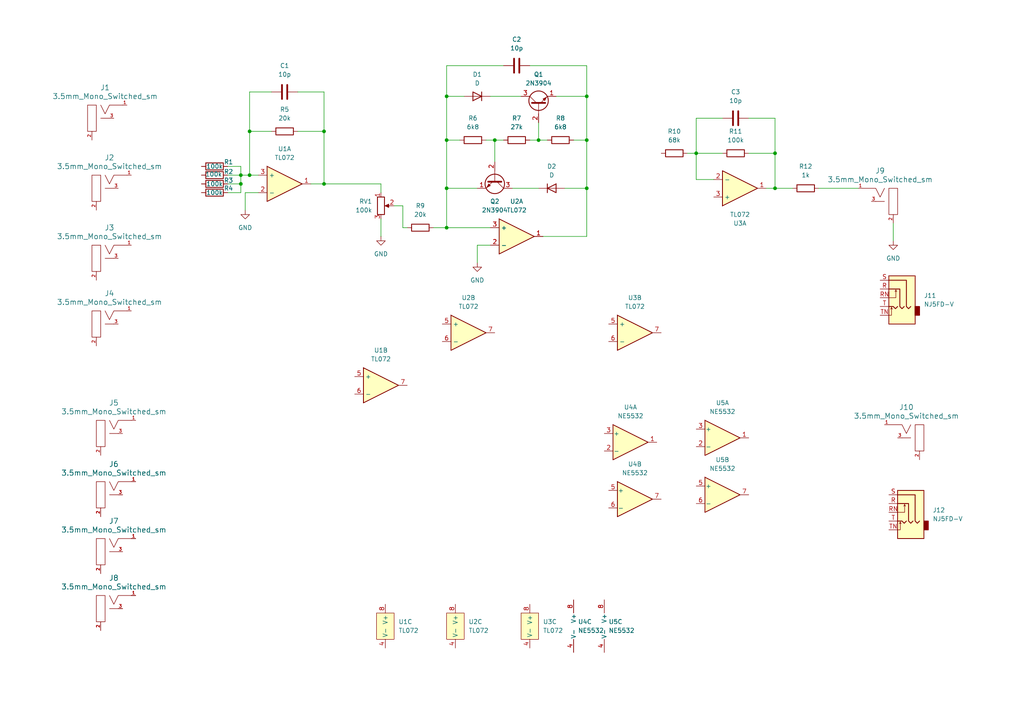
<source format=kicad_sch>
(kicad_sch (version 20250114) (generator "eeschema") (generator_version "9.0")
  (paper "A4")
  (lib_symbols
    (symbol "Amplifier_Operational:NE5532" (pin_names (offset 0.127))
      (property "Reference" "U" (at 0 5.08 0))
      (property "Value" "NE5532" (at 0 -5.08 0))
      (symbol "NE5532_1_1"
        (polyline (pts (xy -5.08 5.08) (xy 5.08 0) (xy -5.08 -5.08) (xy -5.08 5.08)) (stroke (width 0.254)) (fill (type background)))
        (pin input line (at -7.62 2.54 0) (length 2.54) (name "+") (number "3"))
        (pin input line (at -7.62 -2.54 0) (length 2.54) (name "-") (number "2"))
        (pin output line (at 7.62 0 180) (length 2.54) (name "~") (number "1"))
      )
      (symbol "NE5532_2_1"
        (polyline (pts (xy -5.08 5.08) (xy 5.08 0) (xy -5.08 -5.08) (xy -5.08 5.08)) (stroke (width 0.254)) (fill (type background)))
        (pin input line (at -7.62 2.54 0) (length 2.54) (name "+") (number "5"))
        (pin input line (at -7.62 -2.54 0) (length 2.54) (name "-") (number "6"))
        (pin output line (at 7.62 0 180) (length 2.54) (name "~") (number "7"))
      )
      (symbol "NE5532_3_1"
        (pin power_in line (at -2.54 7.62 270) (length 3.81) (name "V+") (number "8"))
        (pin power_in line (at -2.54 -7.62 90) (length 3.81) (name "V-") (number "4"))
      )
    )
    (symbol "Connector_Audio:NJ5FD-V"
      (property "Reference" "J" (at 0 8.89 0))
      (property "Value" "NJ5FD-V" (at 0 6.35 0))
      (symbol "NJ5FD-V_0_1"
        (rectangle (start -5.08 -5.08) (end -6.35 -7.62) (stroke (width 0.254)) (fill (type outline)))
        (polyline (pts (xy -1.905 -5.08) (xy -1.27 -5.715) (xy -0.635 -5.08) (xy -0.635 0) (xy 2.54 0)) (stroke (width 0.254)))
        (polyline (pts (xy 0 -5.08) (xy 0.635 -5.715) (xy 1.27 -5.08) (xy 2.54 -5.08)) (stroke (width 0.254)))
        (polyline (pts (xy 0.508 -0.254) (xy 0.762 -0.762)))
        (polyline (pts (xy 1.778 -5.334) (xy 2.032 -5.842)))
        (rectangle (start 2.54 3.81) (end -5.08 -10.16) (stroke (width 0.254)) (fill (type background)))
        (polyline (pts (xy 2.54 2.54) (xy -2.54 2.54) (xy -2.54 -5.08) (xy -3.175 -5.715) (xy -3.81 -5.08)) (stroke (width 0.254)))
        (polyline (pts (xy 2.54 -2.54) (xy 0.508 -2.54) (xy 0.508 -0.254) (xy 0.254 -0.762)))
        (polyline (pts (xy 2.54 -7.62) (xy 1.778 -7.62) (xy 1.778 -5.334) (xy 1.524 -5.842)))
      )
      (symbol "NJ5FD-V_1_1"
        (pin passive line (at 5.08 2.54 180) (length 2.54) (name "~") (number "S"))
        (pin passive line (at 5.08 0 180) (length 2.54) (name "~") (number "R"))
        (pin passive line (at 5.08 -2.54 180) (length 2.54) (name "~") (number "RN"))
        (pin passive line (at 5.08 -5.08 180) (length 2.54) (name "~") (number "T"))
        (pin passive line (at 5.08 -7.62 180) (length 2.54) (name "~") (number "TN"))
      )
    )
    (symbol "Device:C" (pin_numbers (hide yes)) (pin_names (offset 0.254))
      (property "Reference" "C" (at 0.635 2.54 0))
      (property "Value" "C" (at 0.635 -2.54 0))
      (symbol "C_0_1"
        (polyline (pts (xy -2.032 0.762) (xy 2.032 0.762)) (stroke (width 0.508)))
        (polyline (pts (xy -2.032 -0.762) (xy 2.032 -0.762)) (stroke (width 0.508)))
      )
      (symbol "C_1_1"
        (pin passive line (at 0 3.81 270) (length 2.794) (name "~") (number "1"))
        (pin passive line (at 0 -3.81 90) (length 2.794) (name "~") (number "2"))
      )
    )
    (symbol "Device:D" (pin_numbers (hide yes)) (pin_names (offset 1.016) (hide yes))
      (property "Reference" "D" (at 0 2.54 0))
      (property "Value" "D" (at 0 -2.54 0))
      (symbol "D_0_1"
        (polyline (pts (xy -1.27 1.27) (xy -1.27 -1.27)) (stroke (width 0.254)))
        (polyline (pts (xy 1.27 1.27) (xy 1.27 -1.27) (xy -1.27 0) (xy 1.27 1.27)) (stroke (width 0.254)))
        (polyline (pts (xy 1.27 0) (xy -1.27 0)))
      )
      (symbol "D_1_1"
        (pin passive line (at -3.81 0 0) (length 2.54) (name "K") (number "1"))
        (pin passive line (at 3.81 0 180) (length 2.54) (name "A") (number "2"))
      )
    )
    (symbol "Device:R" (pin_numbers (hide yes)) (pin_names (offset 0))
      (property "Reference" "R" (at 2.032 0 90))
      (property "Value" "R" (at 0 0 90))
      (symbol "R_0_1"
        (rectangle (start -1.016 -2.54) (end 1.016 2.54) (stroke (width 0.254)))
      )
      (symbol "R_1_1"
        (pin passive line (at 0 3.81 270) (length 1.27) (name "~") (number "1"))
        (pin passive line (at 0 -3.81 90) (length 1.27) (name "~") (number "2"))
      )
    )
    (symbol "Device:R_Potentiometer" (pin_names (offset 1.016) (hide yes))
      (property "Reference" "RV" (at -4.445 0 90))
      (property "Value" "R_Potentiometer" (at -2.54 0 90))
      (symbol "R_Potentiometer_0_1"
        (rectangle (start 1.016 2.54) (end -1.016 -2.54) (stroke (width 0.254)))
        (polyline (pts (xy 1.143 0) (xy 2.286 0.508) (xy 2.286 -0.508) (xy 1.143 0)) (fill (type outline)))
        (polyline (pts (xy 2.54 0) (xy 1.524 0)))
      )
      (symbol "R_Potentiometer_1_1"
        (pin passive line (at 0 3.81 270) (length 1.27) (name "1") (number "1"))
        (pin passive line (at 0 -3.81 90) (length 1.27) (name "3") (number "3"))
        (pin passive line (at 3.81 0 180) (length 1.27) (name "2") (number "2"))
      )
    )
    (symbol "PCM_4ms_IC:TL072"
      (property "Reference" "U" (at 2.54 5.08 0))
      (property "Value" "TL072" (at 2.54 -3.81 0))
      (symbol "TL072_1_1"
        (polyline (pts (xy -5.08 5.08) (xy 5.08 0) (xy -5.08 -5.08) (xy -5.08 5.08)) (stroke (width 0.254)) (fill (type background)))
        (pin input line (at -7.62 2.54 0) (length 2.54) (name "+") (number "3"))
        (pin input line (at -7.62 -2.54 0) (length 2.54) (name "-") (number "2"))
        (pin output line (at 7.62 0 180) (length 2.54) (name "~") (number "1"))
      )
      (symbol "TL072_2_1"
        (polyline (pts (xy -5.08 5.08) (xy 5.08 0) (xy -5.08 -5.08) (xy -5.08 5.08)) (stroke (width 0.254)) (fill (type background)))
        (pin input line (at -7.62 2.54 0) (length 2.54) (name "+") (number "5"))
        (pin input line (at -7.62 -2.54 0) (length 2.54) (name "-") (number "6"))
        (pin output line (at 7.62 0 180) (length 2.54) (name "~") (number "7"))
      )
      (symbol "TL072_3_1"
        (rectangle (start -2.54 3.81) (end 2.54 -3.81) (fill (type background)))
        (pin power_in line (at 0 6.35 270) (length 2.54) (name "V+") (number "8"))
        (pin power_in line (at 0 -6.35 90) (length 2.54) (name "V-") (number "4"))
      )
    )
    (symbol "PCM_4ms_Jack:3.5mm_Mono_Switched_sm" (pin_names (offset 0) (hide yes))
      (property "Reference" "J" (at -7.62 8.89 0))
      (property "Value" "3.5mm_Mono_Switched_sm" (at 6.35 6.604 0))
      (symbol "3.5mm_Mono_Switched_sm_0_0"
        (rectangle (start -6.35 5.08) (end -3.81 -2.54))
        (polyline (pts (xy -2.54 5.08) (xy -1.27 2.54) (xy 0 5.08) (xy 3.81 5.08)))
        (polyline (pts (xy -2.54 1.27) (xy 0 1.27)))
      )
      (symbol "3.5mm_Mono_Switched_sm_1_1"
        (pin passive line (at -5.08 -5.08 90) (length 2.54) (name "SHEILD") (number "2"))
        (pin passive line (at 1.27 1.27 180) (length 1.27) (name "SW") (number "3"))
        (pin passive line (at 5.08 5.08 180) (length 1.27) (name "SIG") (number "1"))
      )
    )
    (symbol "Transistor_BJT:2N3904" (pin_names (offset 0) (hide yes))
      (property "Reference" "Q" (at 5.08 1.905 0))
      (property "Value" "2N3904" (at 5.08 0 0))
      (symbol "2N3904_0_1"
        (polyline (pts (xy -2.54 0) (xy 0.635 0)))
        (polyline (pts (xy 0.635 1.905) (xy 0.635 -1.905)) (stroke (width 0.508)))
        (circle (center 1.27 0) (radius 2.8194) (stroke (width 0.254)))
      )
      (symbol "2N3904_1_1"
        (polyline (pts (xy 0.635 0.635) (xy 2.54 2.54)))
        (polyline (pts (xy 0.635 -0.635) (xy 2.54 -2.54)))
        (polyline (pts (xy 1.27 -1.778) (xy 1.778 -1.27) (xy 2.286 -2.286) (xy 1.27 -1.778)) (fill (type outline)))
        (pin input line (at -5.08 0 0) (length 2.54) (name "B") (number "2"))
        (pin passive line (at 2.54 5.08 270) (length 2.54) (name "C") (number "3"))
        (pin passive line (at 2.54 -5.08 90) (length 2.54) (name "E") (number "1"))
      )
    )
    (symbol "power:GND" (power) (pin_numbers (hide yes)) (pin_names (offset 0) (hide yes))
      (property "Value" "GND" (at 0 -3.81 0))
      (symbol "GND_0_1"
        (polyline (pts (xy 0 0) (xy 0 -1.27) (xy 1.27 -1.27) (xy 0 -2.54) (xy -1.27 -1.27) (xy 0 -1.27)))
      )
      (symbol "GND_1_1"
        (pin power_in line (at 0 0 270) (length 0) (name "~") (number "1"))
      )
    )
  )
  (junction (at 170.18 40.64))
  (junction (at 201.93 44.45))
  (junction (at 224.79 44.45))
  (junction (at 170.18 27.94))
  (junction (at 129.54 27.94))
  (junction (at 224.79 54.61))
  (junction (at 69.85 53.34))
  (junction (at 93.98 38.1))
  (junction (at 72.39 50.8))
  (junction (at 129.54 66.04))
  (junction (at 143.51 40.64))
  (junction (at 72.39 38.1))
  (junction (at 129.54 54.61))
  (junction (at 129.54 40.64))
  (junction (at 156.21 40.64))
  (junction (at 93.98 53.34))
  (junction (at 170.18 54.61))
  (junction (at 69.85 50.8))
  (wire (pts (xy 69.85 55.88) (xy 69.85 53.34)))
  (wire (pts (xy 110.49 63.5) (xy 110.49 68.58)))
  (wire (pts (xy 199.39 44.45) (xy 201.93 44.45)))
  (wire (pts (xy 118.11 66.04) (xy 116.84 66.04)))
  (wire (pts (xy 69.85 53.34) (xy 69.85 50.8)))
  (wire (pts (xy 140.97 40.64) (xy 143.51 40.64)))
  (wire (pts (xy 116.84 66.04) (xy 116.84 59.69)))
  (wire (pts (xy 129.54 27.94) (xy 129.54 40.64)))
  (wire (pts (xy 170.18 40.64) (xy 166.37 40.64)))
  (wire (pts (xy 170.18 54.61) (xy 170.18 40.64)))
  (wire (pts (xy 138.43 71.12) (xy 138.43 76.2)))
  (wire (pts (xy 224.79 44.45) (xy 217.17 44.45)))
  (wire (pts (xy 170.18 27.94) (xy 170.18 19.05)))
  (wire (pts (xy 170.18 27.94) (xy 170.18 40.64)))
  (wire (pts (xy 93.98 53.34) (xy 90.17 53.34)))
  (wire (pts (xy 72.39 38.1) (xy 78.74 38.1)))
  (wire (pts (xy 217.17 34.29) (xy 224.79 34.29)))
  (wire (pts (xy 146.05 19.05) (xy 129.54 19.05)))
  (wire (pts (xy 224.79 54.61) (xy 224.79 44.45)))
  (wire (pts (xy 237.49 54.61) (xy 248.92 54.61)))
  (wire (pts (xy 201.93 44.45) (xy 209.55 44.45)))
  (wire (pts (xy 142.24 71.12) (xy 138.43 71.12)))
  (wire (pts (xy 143.51 40.64) (xy 146.05 40.64)))
  (wire (pts (xy 74.93 50.8) (xy 72.39 50.8)))
  (wire (pts (xy 156.21 40.64) (xy 158.75 40.64)))
  (wire (pts (xy 69.85 48.26) (xy 66.04 48.26)))
  (wire (pts (xy 142.24 27.94) (xy 151.13 27.94)))
  (wire (pts (xy 72.39 26.67) (xy 78.74 26.67)))
  (wire (pts (xy 72.39 50.8) (xy 72.39 38.1)))
  (wire (pts (xy 129.54 54.61) (xy 138.43 54.61)))
  (wire (pts (xy 170.18 19.05) (xy 153.67 19.05)))
  (wire (pts (xy 201.93 52.07) (xy 201.93 44.45)))
  (wire (pts (xy 143.51 40.64) (xy 143.51 46.99)))
  (wire (pts (xy 129.54 19.05) (xy 129.54 27.94)))
  (wire (pts (xy 129.54 66.04) (xy 142.24 66.04)))
  (wire (pts (xy 86.36 26.67) (xy 93.98 26.67)))
  (wire (pts (xy 201.93 34.29) (xy 209.55 34.29)))
  (wire (pts (xy 207.01 52.07) (xy 201.93 52.07)))
  (wire (pts (xy 116.84 59.69) (xy 114.3 59.69)))
  (wire (pts (xy 259.08 64.77) (xy 259.08 69.85)))
  (wire (pts (xy 86.36 38.1) (xy 93.98 38.1)))
  (wire (pts (xy 72.39 50.8) (xy 69.85 50.8)))
  (wire (pts (xy 69.85 50.8) (xy 69.85 48.26)))
  (wire (pts (xy 170.18 68.58) (xy 170.18 54.61)))
  (wire (pts (xy 157.48 68.58) (xy 170.18 68.58)))
  (wire (pts (xy 129.54 54.61) (xy 129.54 66.04)))
  (wire (pts (xy 93.98 53.34) (xy 110.49 53.34)))
  (wire (pts (xy 222.25 54.61) (xy 224.79 54.61)))
  (wire (pts (xy 134.62 27.94) (xy 129.54 27.94)))
  (wire (pts (xy 161.29 27.94) (xy 170.18 27.94)))
  (wire (pts (xy 153.67 40.64) (xy 156.21 40.64)))
  (wire (pts (xy 66.04 55.88) (xy 69.85 55.88)))
  (wire (pts (xy 110.49 53.34) (xy 110.49 55.88)))
  (wire (pts (xy 201.93 34.29) (xy 201.93 44.45)))
  (wire (pts (xy 93.98 26.67) (xy 93.98 38.1)))
  (wire (pts (xy 125.73 66.04) (xy 129.54 66.04)))
  (wire (pts (xy 71.12 55.88) (xy 71.12 60.96)))
  (wire (pts (xy 66.04 53.34) (xy 69.85 53.34)))
  (wire (pts (xy 156.21 35.56) (xy 156.21 40.64)))
  (wire (pts (xy 74.93 55.88) (xy 71.12 55.88)))
  (wire (pts (xy 66.04 50.8) (xy 69.85 50.8)))
  (wire (pts (xy 163.83 54.61) (xy 170.18 54.61)))
  (wire (pts (xy 93.98 38.1) (xy 93.98 53.34)))
  (wire (pts (xy 148.59 54.61) (xy 156.21 54.61)))
  (wire (pts (xy 72.39 38.1) (xy 72.39 26.67)))
  (wire (pts (xy 224.79 34.29) (xy 224.79 44.45)))
  (wire (pts (xy 224.79 54.61) (xy 229.87 54.61)))
  (wire (pts (xy 129.54 40.64) (xy 133.35 40.64)))
  (wire (pts (xy 129.54 40.64) (xy 129.54 54.61)))
  (symbol (lib_id "PCM_4ms_IC:TL072") (at 153.67 181.61 0) (unit 3)
    (property "Reference" "U3" (at 157.48 180.3399 0) (effects (justify left)))
    (property "Value" "TL072" (at 157.48 182.8799 0) (effects (justify left)))
    (property "Footprint" "4ms_Package_SSOP:TSSOP-8_4.4x3mm_Pitch0.65mm" (effects (hide yes)))
    (property "Description" "TL072 Dual Opamp TSSOP-8" (effects (hide yes)))
    (property "Specifications" "TL072 Dual Opamp" (effects (hide yes)))
    (property "JLCPCB ID" "C90748" (effects (hide yes)))
  )
  (symbol (lib_id "Device:R") (at 82.55 38.1 90) (unit 1)
    (property "Reference" "R5" (at 82.55 31.75 90))
    (property "Value" "20k" (at 82.55 34.29 90))
    (property "Description" "Resistor" (effects (hide yes)))
  )
  (symbol (lib_id "PCM_4ms_Jack:3.5mm_Mono_Switched_sm") (at 254 59.69 0) (mirror y) (unit 1)
    (property "Reference" "J9" (at 255.27 49.53 0) (effects (font (size 1.524 1.524))))
    (property "Value" "3.5mm_Mono_Switched_sm" (at 255.27 52.07 0) (effects (font (size 1.524 1.524))))
    (property "Footprint" "4ms_Jack:EighthInch_PJ398SM" (effects (hide yes)))
    (property "Description" "Audio 3.5mm Jack, mono, switched, PC-pin Vertical" (effects (hide yes)))
    (property "Specifications" "Audio 3.5mm Jack, mono, switched, PC-pin Vertical" (effects (hide yes)))
    (property "Manufacturer" "Wenzhou QingPu Electronics Co" (effects (hide yes)))
    (property "Part Number" "WQP-WQP518MA" (effects (hide yes)))
  )
  (symbol (lib_id "PCM_4ms_IC:TL072") (at 110.49 111.76 0) (unit 2)
    (property "Reference" "U1" (at 110.49 101.6 0))
    (property "Value" "TL072" (at 110.49 104.14 0))
    (property "Footprint" "4ms_Package_SSOP:TSSOP-8_4.4x3mm_Pitch0.65mm" (effects (hide yes)))
    (property "Description" "TL072 Dual Opamp TSSOP-8" (effects (hide yes)))
    (property "Specifications" "TL072 Dual Opamp" (effects (hide yes)))
    (property "JLCPCB ID" "C90748" (effects (hide yes)))
  )
  (symbol (lib_id "Device:D") (at 138.43 27.94 180) (unit 1)
    (property "Reference" "D1" (at 138.43 21.59 0))
    (property "Value" "D" (at 138.43 24.13 0))
    (property "Description" "Diode" (effects (hide yes)))
    (property "Sim.Device" "D" (effects (hide yes)))
    (property "Sim.Pins" "1=K 2=A" (effects (hide yes)))
  )
  (symbol (lib_id "Device:R") (at 62.23 53.34 90) (unit 1)
    (property "Reference" "R3" (at 66.294 52.324 90))
    (property "Value" "100k" (at 62.23 53.34 90))
    (property "Description" "Resistor" (effects (hide yes)))
  )
  (symbol (lib_id "PCM_4ms_Jack:3.5mm_Mono_Switched_sm") (at 34.29 161.29 0) (unit 1)
    (property "Reference" "J7" (at 33.02 151.13 0) (effects (font (size 1.524 1.524))))
    (property "Value" "3.5mm_Mono_Switched_sm" (at 33.02 153.67 0) (effects (font (size 1.524 1.524))))
    (property "Footprint" "4ms_Jack:EighthInch_PJ398SM" (effects (hide yes)))
    (property "Description" "Audio 3.5mm Jack, mono, switched, PC-pin Vertical" (effects (hide yes)))
    (property "Specifications" "Audio 3.5mm Jack, mono, switched, PC-pin Vertical" (effects (hide yes)))
    (property "Manufacturer" "Wenzhou QingPu Electronics Co" (effects (hide yes)))
    (property "Part Number" "WQP-WQP518MA" (effects (hide yes)))
  )
  (symbol (lib_id "PCM_4ms_IC:TL072") (at 184.15 96.52 0) (unit 2)
    (property "Reference" "U3" (at 184.15 86.36 0))
    (property "Value" "TL072" (at 184.15 88.9 0))
    (property "Footprint" "4ms_Package_SSOP:TSSOP-8_4.4x3mm_Pitch0.65mm" (effects (hide yes)))
    (property "Description" "TL072 Dual Opamp TSSOP-8" (effects (hide yes)))
    (property "Specifications" "TL072 Dual Opamp" (effects (hide yes)))
    (property "JLCPCB ID" "C90748" (effects (hide yes)))
  )
  (symbol (lib_id "power:GND") (at 259.08 69.85 0) (unit 1)
    (property "Reference" "#PWR04" (effects (hide yes)))
    (property "Value" "GND" (at 259.08 74.93 0))
    (property "Description" "Power symbol creates a global label with name \"GND\" , ground" (effects (hide yes)))
  )
  (symbol (lib_id "power:GND") (at 138.43 76.2 0) (unit 1)
    (property "Reference" "#PWR03" (effects (hide yes)))
    (property "Value" "GND" (at 138.43 81.28 0))
    (property "Description" "Power symbol creates a global label with name \"GND\" , ground" (effects (hide yes)))
  )
  (symbol (lib_id "Device:C") (at 149.86 19.05 90) (unit 1)
    (property "Reference" "C2" (at 149.86 11.43 90))
    (property "Value" "10p" (at 149.86 13.97 90))
    (property "Description" "Unpolarized capacitor" (effects (hide yes)))
  )
  (symbol (lib_id "PCM_4ms_Jack:3.5mm_Mono_Switched_sm") (at 261.62 128.27 0) (mirror y) (unit 1)
    (property "Reference" "J10" (at 262.89 118.11 0) (effects (font (size 1.524 1.524))))
    (property "Value" "3.5mm_Mono_Switched_sm" (at 262.89 120.65 0) (effects (font (size 1.524 1.524))))
    (property "Footprint" "4ms_Jack:EighthInch_PJ398SM" (effects (hide yes)))
    (property "Description" "Audio 3.5mm Jack, mono, switched, PC-pin Vertical" (effects (hide yes)))
    (property "Specifications" "Audio 3.5mm Jack, mono, switched, PC-pin Vertical" (effects (hide yes)))
    (property "Manufacturer" "Wenzhou QingPu Electronics Co" (effects (hide yes)))
    (property "Part Number" "WQP-WQP518MA" (effects (hide yes)))
  )
  (symbol (lib_id "Device:R") (at 149.86 40.64 90) (unit 1)
    (property "Reference" "R7" (at 149.86 34.29 90))
    (property "Value" "27k" (at 149.86 36.83 90))
    (property "Description" "Resistor" (effects (hide yes)))
  )
  (symbol (lib_id "PCM_4ms_IC:TL072") (at 149.86 68.58 0) (unit 1)
    (property "Reference" "U2" (at 149.86 58.42 0))
    (property "Value" "TL072" (at 149.86 60.96 0))
    (property "Footprint" "4ms_Package_SSOP:TSSOP-8_4.4x3mm_Pitch0.65mm" (effects (hide yes)))
    (property "Description" "TL072 Dual Opamp TSSOP-8" (effects (hide yes)))
    (property "Specifications" "TL072 Dual Opamp" (effects (hide yes)))
    (property "JLCPCB ID" "C90748" (effects (hide yes)))
  )
  (symbol (lib_id "PCM_4ms_IC:TL072") (at 214.63 54.61 0) (mirror x) (unit 1)
    (property "Reference" "U3" (at 214.63 64.77 0))
    (property "Value" "TL072" (at 214.63 62.23 0))
    (property "Footprint" "4ms_Package_SSOP:TSSOP-8_4.4x3mm_Pitch0.65mm" (effects (hide yes)))
    (property "Description" "TL072 Dual Opamp TSSOP-8" (effects (hide yes)))
    (property "Specifications" "TL072 Dual Opamp" (effects (hide yes)))
    (property "JLCPCB ID" "C90748" (effects (hide yes)))
  )
  (symbol (lib_id "power:GND") (at 110.49 68.58 0) (unit 1)
    (property "Reference" "#PWR02" (effects (hide yes)))
    (property "Value" "GND" (at 110.49 73.66 0))
    (property "Description" "Power symbol creates a global label with name \"GND\" , ground" (effects (hide yes)))
  )
  (symbol (lib_id "PCM_4ms_Jack:3.5mm_Mono_Switched_sm") (at 31.75 35.56 0) (unit 1)
    (property "Reference" "J1" (at 30.48 25.4 0) (effects (font (size 1.524 1.524))))
    (property "Value" "3.5mm_Mono_Switched_sm" (at 30.48 27.94 0) (effects (font (size 1.524 1.524))))
    (property "Footprint" "4ms_Jack:EighthInch_PJ398SM" (effects (hide yes)))
    (property "Description" "Audio 3.5mm Jack, mono, switched, PC-pin Vertical" (effects (hide yes)))
    (property "Specifications" "Audio 3.5mm Jack, mono, switched, PC-pin Vertical" (effects (hide yes)))
    (property "Manufacturer" "Wenzhou QingPu Electronics Co" (effects (hide yes)))
    (property "Part Number" "WQP-WQP518MA" (effects (hide yes)))
  )
  (symbol (lib_id "Amplifier_Operational:NE5532") (at 209.55 127 0) (unit 1)
    (property "Reference" "U5" (at 209.55 116.84 0))
    (property "Value" "NE5532" (at 209.55 119.38 0))
    (property "Datasheet" "http://www.ti.com/lit/ds/symlink/ne5532.pdf" (effects (hide yes)))
    (property "Description" "Dual Low-Noise Operational Amplifiers, DIP-8/SOIC-8" (effects (hide yes)))
  )
  (symbol (lib_id "power:GND") (at 71.12 60.96 0) (unit 1)
    (property "Reference" "#PWR01" (effects (hide yes)))
    (property "Value" "GND" (at 71.12 66.04 0))
    (property "Description" "Power symbol creates a global label with name \"GND\" , ground" (effects (hide yes)))
  )
  (symbol (lib_id "Device:R") (at 121.92 66.04 90) (unit 1)
    (property "Reference" "R9" (at 121.92 59.69 90))
    (property "Value" "20k" (at 121.92 62.23 90))
    (property "Description" "Resistor" (effects (hide yes)))
  )
  (symbol (lib_id "Transistor_BJT:2N3904") (at 143.51 52.07 270) (unit 1)
    (property "Reference" "Q2" (at 143.51 58.42 90))
    (property "Value" "2N3904" (at 143.51 60.96 90))
    (property "Footprint" "Package_TO_SOT_THT:TO-92_Inline" (effects (hide yes)))
    (property "Datasheet" "https://www.onsemi.com/pub/Collateral/2N3903-D.PDF" (effects (hide yes)))
    (property "Description" "0.2A Ic, 40V Vce, Small Signal NPN Transistor, TO-92" (effects (hide yes)))
  )
  (symbol (lib_id "Device:R") (at 213.36 44.45 90) (unit 1)
    (property "Reference" "R11" (at 213.36 38.1 90))
    (property "Value" "100k" (at 213.36 40.64 90))
    (property "Description" "Resistor" (effects (hide yes)))
  )
  (symbol (lib_id "PCM_4ms_IC:TL072") (at 111.76 181.61 0) (unit 3)
    (property "Reference" "U1" (at 115.57 180.3399 0) (effects (justify left)))
    (property "Value" "TL072" (at 115.57 182.8799 0) (effects (justify left)))
    (property "Footprint" "4ms_Package_SSOP:TSSOP-8_4.4x3mm_Pitch0.65mm" (effects (hide yes)))
    (property "Description" "TL072 Dual Opamp TSSOP-8" (effects (hide yes)))
    (property "Specifications" "TL072 Dual Opamp" (effects (hide yes)))
    (property "JLCPCB ID" "C90748" (effects (hide yes)))
  )
  (symbol (lib_id "Device:R") (at 62.23 48.26 90) (unit 1)
    (property "Reference" "R1" (at 66.294 46.99 90))
    (property "Value" "100k" (at 62.23 48.26 90))
    (property "Description" "Resistor" (effects (hide yes)))
  )
  (symbol (lib_id "Amplifier_Operational:NE5532") (at 184.15 144.78 0) (unit 2)
    (property "Reference" "U4" (at 184.15 134.62 0))
    (property "Value" "NE5532" (at 184.15 137.16 0))
    (property "Datasheet" "http://www.ti.com/lit/ds/symlink/ne5532.pdf" (effects (hide yes)))
    (property "Description" "Dual Low-Noise Operational Amplifiers, DIP-8/SOIC-8" (effects (hide yes)))
  )
  (symbol (lib_id "Device:R_Potentiometer") (at 110.49 59.69 0) (unit 1)
    (property "Reference" "RV1" (at 107.95 58.4199 0) (effects (justify right)))
    (property "Value" "100k" (at 107.95 60.9599 0) (effects (justify right)))
    (property "Description" "OUT_LEVEL_L" (effects (hide yes)))
  )
  (symbol (lib_id "Amplifier_Operational:NE5532") (at 168.91 181.61 0) (unit 3)
    (property "Reference" "U4" (at 167.64 180.3399 0) (effects (justify left)))
    (property "Value" "NE5532" (at 167.64 182.8799 0) (effects (justify left)))
    (property "Datasheet" "http://www.ti.com/lit/ds/symlink/ne5532.pdf" (effects (hide yes)))
    (property "Description" "Dual Low-Noise Operational Amplifiers, DIP-8/SOIC-8" (effects (hide yes)))
  )
  (symbol (lib_id "PCM_4ms_Jack:3.5mm_Mono_Switched_sm") (at 33.02 76.2 0) (unit 1)
    (property "Reference" "J3" (at 31.75 66.04 0) (effects (font (size 1.524 1.524))))
    (property "Value" "3.5mm_Mono_Switched_sm" (at 31.75 68.58 0) (effects (font (size 1.524 1.524))))
    (property "Footprint" "4ms_Jack:EighthInch_PJ398SM" (effects (hide yes)))
    (property "Description" "Audio 3.5mm Jack, mono, switched, PC-pin Vertical" (effects (hide yes)))
    (property "Specifications" "Audio 3.5mm Jack, mono, switched, PC-pin Vertical" (effects (hide yes)))
    (property "Manufacturer" "Wenzhou QingPu Electronics Co" (effects (hide yes)))
    (property "Part Number" "WQP-WQP518MA" (effects (hide yes)))
  )
  (symbol (lib_id "Device:D") (at 160.02 54.61 0) (unit 1)
    (property "Reference" "D2" (at 160.02 48.26 0))
    (property "Value" "D" (at 160.02 50.8 0))
    (property "Description" "Diode" (effects (hide yes)))
    (property "Sim.Device" "D" (effects (hide yes)))
    (property "Sim.Pins" "1=K 2=A" (effects (hide yes)))
  )
  (symbol (lib_id "Transistor_BJT:2N3904") (at 156.21 30.48 90) (unit 1)
    (property "Reference" "Q1" (at 156.21 21.59 90))
    (property "Value" "2N3904" (at 156.21 24.13 90))
    (property "Footprint" "Package_TO_SOT_THT:TO-92_Inline" (effects (hide yes)))
    (property "Datasheet" "https://www.onsemi.com/pub/Collateral/2N3903-D.PDF" (effects (hide yes)))
    (property "Description" "0.2A Ic, 40V Vce, Small Signal NPN Transistor, TO-92" (effects (hide yes)))
  )
  (symbol (lib_id "PCM_4ms_IC:TL072") (at 135.89 96.52 0) (unit 2)
    (property "Reference" "U2" (at 135.89 86.36 0))
    (property "Value" "TL072" (at 135.89 88.9 0))
    (property "Footprint" "4ms_Package_SSOP:TSSOP-8_4.4x3mm_Pitch0.65mm" (effects (hide yes)))
    (property "Description" "TL072 Dual Opamp TSSOP-8" (effects (hide yes)))
    (property "Specifications" "TL072 Dual Opamp" (effects (hide yes)))
    (property "JLCPCB ID" "C90748" (effects (hide yes)))
  )
  (symbol (lib_id "PCM_4ms_IC:TL072") (at 132.08 181.61 0) (unit 3)
    (property "Reference" "U2" (at 135.89 180.3399 0) (effects (justify left)))
    (property "Value" "TL072" (at 135.89 182.8799 0) (effects (justify left)))
    (property "Footprint" "4ms_Package_SSOP:TSSOP-8_4.4x3mm_Pitch0.65mm" (effects (hide yes)))
    (property "Description" "TL072 Dual Opamp TSSOP-8" (effects (hide yes)))
    (property "Specifications" "TL072 Dual Opamp" (effects (hide yes)))
    (property "JLCPCB ID" "C90748" (effects (hide yes)))
  )
  (symbol (lib_id "Device:R") (at 195.58 44.45 90) (unit 1)
    (property "Reference" "R10" (at 195.58 38.1 90))
    (property "Value" "68k" (at 195.58 40.64 90))
    (property "Description" "Resistor" (effects (hide yes)))
  )
  (symbol (lib_id "Device:C") (at 213.36 34.29 90) (unit 1)
    (property "Reference" "C3" (at 213.36 26.67 90))
    (property "Value" "10p" (at 213.36 29.21 90))
    (property "Description" "Unpolarized capacitor" (effects (hide yes)))
  )
  (symbol (lib_id "PCM_4ms_IC:TL072") (at 82.55 53.34 0) (unit 1)
    (property "Reference" "U1" (at 82.55 43.18 0))
    (property "Value" "TL072" (at 82.55 45.72 0))
    (property "Footprint" "4ms_Package_SSOP:TSSOP-8_4.4x3mm_Pitch0.65mm" (effects (hide yes)))
    (property "Description" "TL072 Dual Opamp TSSOP-8" (effects (hide yes)))
    (property "Specifications" "TL072 Dual Opamp" (effects (hide yes)))
    (property "JLCPCB ID" "C90748" (effects (hide yes)))
  )
  (symbol (lib_id "PCM_4ms_Jack:3.5mm_Mono_Switched_sm") (at 34.29 127 0) (unit 1)
    (property "Reference" "J5" (at 33.02 116.84 0) (effects (font (size 1.524 1.524))))
    (property "Value" "3.5mm_Mono_Switched_sm" (at 33.02 119.38 0) (effects (font (size 1.524 1.524))))
    (property "Footprint" "4ms_Jack:EighthInch_PJ398SM" (effects (hide yes)))
    (property "Description" "Audio 3.5mm Jack, mono, switched, PC-pin Vertical" (effects (hide yes)))
    (property "Specifications" "Audio 3.5mm Jack, mono, switched, PC-pin Vertical" (effects (hide yes)))
    (property "Manufacturer" "Wenzhou QingPu Electronics Co" (effects (hide yes)))
    (property "Part Number" "WQP-WQP518MA" (effects (hide yes)))
  )
  (symbol (lib_id "PCM_4ms_Jack:3.5mm_Mono_Switched_sm") (at 33.02 95.25 0) (unit 1)
    (property "Reference" "J4" (at 31.75 85.09 0) (effects (font (size 1.524 1.524))))
    (property "Value" "3.5mm_Mono_Switched_sm" (at 31.75 87.63 0) (effects (font (size 1.524 1.524))))
    (property "Footprint" "4ms_Jack:EighthInch_PJ398SM" (effects (hide yes)))
    (property "Description" "Audio 3.5mm Jack, mono, switched, PC-pin Vertical" (effects (hide yes)))
    (property "Specifications" "Audio 3.5mm Jack, mono, switched, PC-pin Vertical" (effects (hide yes)))
    (property "Manufacturer" "Wenzhou QingPu Electronics Co" (effects (hide yes)))
    (property "Part Number" "WQP-WQP518MA" (effects (hide yes)))
  )
  (symbol (lib_id "Device:R") (at 62.23 55.88 90) (unit 1)
    (property "Reference" "R4" (at 66.294 54.61 90))
    (property "Value" "100k" (at 62.23 55.88 90))
    (property "Description" "Resistor" (effects (hide yes)))
  )
  (symbol (lib_id "Device:R") (at 137.16 40.64 90) (unit 1)
    (property "Reference" "R6" (at 137.16 34.29 90))
    (property "Value" "6k8" (at 137.16 36.83 90))
    (property "Description" "Resistor" (effects (hide yes)))
  )
  (symbol (lib_id "Device:R") (at 62.23 50.8 90) (unit 1)
    (property "Reference" "R2" (at 66.294 49.784 90))
    (property "Value" "100k" (at 61.976 50.546 90))
    (property "Description" "Resistor" (effects (hide yes)))
  )
  (symbol (lib_id "PCM_4ms_Jack:3.5mm_Mono_Switched_sm") (at 34.29 177.8 0) (unit 1)
    (property "Reference" "J8" (at 33.02 167.64 0) (effects (font (size 1.524 1.524))))
    (property "Value" "3.5mm_Mono_Switched_sm" (at 33.02 170.18 0) (effects (font (size 1.524 1.524))))
    (property "Footprint" "4ms_Jack:EighthInch_PJ398SM" (effects (hide yes)))
    (property "Description" "Audio 3.5mm Jack, mono, switched, PC-pin Vertical" (effects (hide yes)))
    (property "Specifications" "Audio 3.5mm Jack, mono, switched, PC-pin Vertical" (effects (hide yes)))
    (property "Manufacturer" "Wenzhou QingPu Electronics Co" (effects (hide yes)))
    (property "Part Number" "WQP-WQP518MA" (effects (hide yes)))
  )
  (symbol (lib_id "Device:R") (at 233.68 54.61 90) (unit 1)
    (property "Reference" "R12" (at 233.68 48.26 90))
    (property "Value" "1k" (at 233.68 50.8 90))
    (property "Description" "Resistor" (effects (hide yes)))
  )
  (symbol (lib_id "Amplifier_Operational:NE5532") (at 177.8 181.61 0) (unit 3)
    (property "Reference" "U5" (at 176.53 180.3399 0) (effects (justify left)))
    (property "Value" "NE5532" (at 176.53 182.8799 0) (effects (justify left)))
    (property "Datasheet" "http://www.ti.com/lit/ds/symlink/ne5532.pdf" (effects (hide yes)))
    (property "Description" "Dual Low-Noise Operational Amplifiers, DIP-8/SOIC-8" (effects (hide yes)))
  )
  (symbol (lib_id "Amplifier_Operational:NE5532") (at 209.55 143.51 0) (unit 2)
    (property "Reference" "U5" (at 209.55 133.35 0))
    (property "Value" "NE5532" (at 209.55 135.89 0))
    (property "Datasheet" "http://www.ti.com/lit/ds/symlink/ne5532.pdf" (effects (hide yes)))
    (property "Description" "Dual Low-Noise Operational Amplifiers, DIP-8/SOIC-8" (effects (hide yes)))
  )
  (symbol (lib_id "Device:C") (at 82.55 26.67 90) (unit 1)
    (property "Reference" "C1" (at 82.55 19.05 90))
    (property "Value" "10p" (at 82.55 21.59 90))
    (property "Description" "Unpolarized capacitor" (effects (hide yes)))
  )
  (symbol (lib_id "Connector_Audio:NJ5FD-V") (at 260.35 83.82 0) (mirror y) (unit 1)
    (property "Reference" "J11" (at 267.97 85.7249 0) (effects (justify right)))
    (property "Value" "NJ5FD-V" (at 267.97 88.2649 0) (effects (justify right)))
    (property "Footprint" "Connector_Audio:Jack_6.35mm_Neutrik_NJ5FD-V_Vertical" (effects (hide yes)))
    (property "Datasheet" "https://www.neutrik.com/en/product/nj5fd-v" (effects (hide yes)))
    (property "Description" "6.35mm (1/4 in) Vertical Jack, 2 x switching (normalling) stereo jack (T/TN/R/RN/S)" (effects (hide yes)))
  )
  (symbol (lib_id "Amplifier_Operational:NE5532") (at 182.88 128.27 0) (unit 1)
    (property "Reference" "U4" (at 182.88 118.11 0))
    (property "Value" "NE5532" (at 182.88 120.65 0))
    (property "Datasheet" "http://www.ti.com/lit/ds/symlink/ne5532.pdf" (effects (hide yes)))
    (property "Description" "Dual Low-Noise Operational Amplifiers, DIP-8/SOIC-8" (effects (hide yes)))
  )
  (symbol (lib_id "PCM_4ms_Jack:3.5mm_Mono_Switched_sm") (at 33.02 55.88 0) (unit 1)
    (property "Reference" "J2" (at 31.75 45.72 0) (effects (font (size 1.524 1.524))))
    (property "Value" "3.5mm_Mono_Switched_sm" (at 31.75 48.26 0) (effects (font (size 1.524 1.524))))
    (property "Footprint" "4ms_Jack:EighthInch_PJ398SM" (effects (hide yes)))
    (property "Description" "Audio 3.5mm Jack, mono, switched, PC-pin Vertical" (effects (hide yes)))
    (property "Specifications" "Audio 3.5mm Jack, mono, switched, PC-pin Vertical" (effects (hide yes)))
    (property "Manufacturer" "Wenzhou QingPu Electronics Co" (effects (hide yes)))
    (property "Part Number" "WQP-WQP518MA" (effects (hide yes)))
  )
  (symbol (lib_id "Device:R") (at 162.56 40.64 90) (unit 1)
    (property "Reference" "R8" (at 162.56 34.29 90))
    (property "Value" "6k8" (at 162.56 36.83 90))
    (property "Description" "Resistor" (effects (hide yes)))
  )
  (symbol (lib_id "Connector_Audio:NJ5FD-V") (at 262.89 146.05 0) (mirror y) (unit 1)
    (property "Reference" "J12" (at 270.51 147.9549 0) (effects (justify right)))
    (property "Value" "NJ5FD-V" (at 270.51 150.4949 0) (effects (justify right)))
    (property "Footprint" "Connector_Audio:Jack_6.35mm_Neutrik_NJ5FD-V_Vertical" (effects (hide yes)))
    (property "Datasheet" "https://www.neutrik.com/en/product/nj5fd-v" (effects (hide yes)))
    (property "Description" "6.35mm (1/4 in) Vertical Jack, 2 x switching (normalling) stereo jack (T/TN/R/RN/S)" (effects (hide yes)))
  )
  (symbol (lib_id "PCM_4ms_Jack:3.5mm_Mono_Switched_sm") (at 34.29 144.78 0) (unit 1)
    (property "Reference" "J6" (at 33.02 134.62 0) (effects (font (size 1.524 1.524))))
    (property "Value" "3.5mm_Mono_Switched_sm" (at 33.02 137.16 0) (effects (font (size 1.524 1.524))))
    (property "Footprint" "4ms_Jack:EighthInch_PJ398SM" (effects (hide yes)))
    (property "Description" "Audio 3.5mm Jack, mono, switched, PC-pin Vertical" (effects (hide yes)))
    (property "Specifications" "Audio 3.5mm Jack, mono, switched, PC-pin Vertical" (effects (hide yes)))
    (property "Manufacturer" "Wenzhou QingPu Electronics Co" (effects (hide yes)))
    (property "Part Number" "WQP-WQP518MA" (effects (hide yes)))
  )
)
</source>
